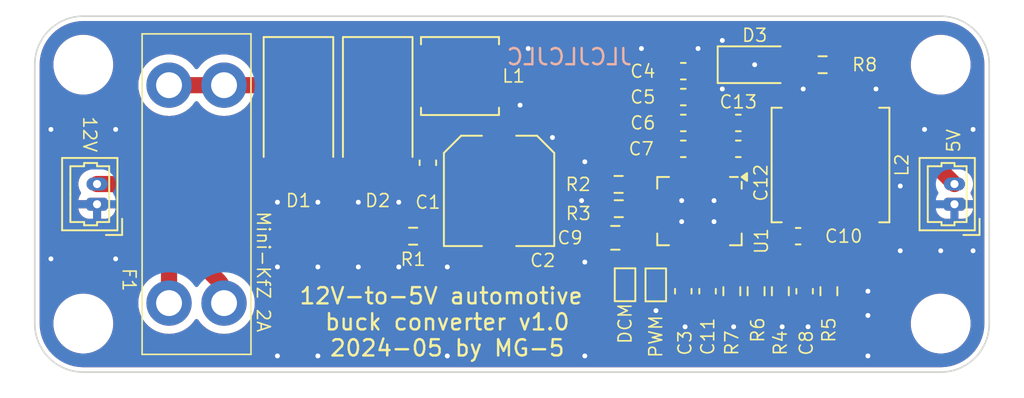
<source format=kicad_pcb>
(kicad_pcb (version 20240108) (generator "pcbnew") (generator_version "8.0")
  (layers (0 "F.Cu" signal) (31 "B.Cu" signal) (34 "B.Paste" user) (35 "F.Paste" user) (36 "B.SilkS" user "B.Silkscreen") (37 "F.SilkS" user "F.Silkscreen") (38 "B.Mask" user) (39 "F.Mask" user) (44 "Edge.Cuts" user))
  (net 0 "")
  (net 1 "GND")
  (net 2 "/12V_fused")
  (net 3 "Net-(C2-Pad2)")
  (net 4 "Net-(U1-SS)")
  (net 5 "/12V_filtered")
  (net 6 "Net-(U1-EXTVCC)")
  (net 7 "/VCC")
  (net 8 "Net-(U1-BST)")
  (net 9 "Net-(U1-CF)")
  (net 10 "Net-(U1-FB)")
  (net 11 "+5V")
  (net 12 "Net-(JP1-B)")
  (net 13 "Net-(U1-EN{slash}UVLO)")
  (net 14 "Net-(U1-RT)")
  (net 19 "Net-(J1-Pin_2)")
  (net 20 "Net-(D3-A)")
  (net 21 "Net-(C10-Pad1)")
  (footprint "MountingHole:MountingHole_3.2mm_M3_ISO14580" (layer "F.Cu") (at 84 102)
    (property "Reference" "H1" (hide yes))
    (property "Value" "MountingHole")
    (pad "" np_thru_hole circle (at 0 0) (size 3.2 3.2) (drill 3.2) (layers "*.Cu" "*.Mask"))
  )
  (footprint "Resistor_SMD:R_0603_1608Metric_Pad0.98x0.95mm_HandSolder" (layer "F.Cu") (at 127.0875 116 90)
    (property "Reference" "R4" (at -3.2 0 90) (layer "F.SilkS") (effects (font (size 0.8 0.8) (thickness 0.1))))
    (property "Value" "DNP")
    (pad "1" smd roundrect (at -0.9125 0 90) (size 0.975 0.95) (layers "F.Cu" "F.Paste" "F.Mask") (net 1 "GND"))
    (pad "2" smd roundrect (at 0.9125 0 90) (size 0.975 0.95) (layers "F.Cu" "F.Paste" "F.Mask") (net 14 "Net-(U1-RT)"))
  )
  (footprint "Capacitor_SMD:C_0603_1608Metric_Pad1.08x0.95mm_HandSolder" (layer "F.Cu") (at 121.0875 105.6)
    (property "Reference" "C6" (at -2.5 0 0) (layer "F.SilkS") (effects (font (size 0.8 0.8) (thickness 0.1))))
    (property "Value" "10µF 35V")
    (pad "1" smd roundrect (at -0.8625 0) (size 1.075 0.95) (layers "F.Cu" "F.Paste" "F.Mask") (net 5 "/12V_filtered"))
    (pad "2" smd roundrect (at 0.8625 0) (size 1.075 0.95) (layers "F.Cu" "F.Paste" "F.Mask") (net 1 "GND"))
  )
  (footprint "MountingHole:MountingHole_3.2mm_M3_ISO14580" (layer "F.Cu") (at 137 102)
    (property "Reference" "H3" (hide yes))
    (property "Value" "MountingHole")
    (pad "" np_thru_hole circle (at 0 0) (size 3.2 3.2) (drill 3.2) (layers "*.Cu" "*.Mask"))
  )
  (footprint "Inductor_SMD:L_Coilcraft_XAL4040-XXX" (layer "F.Cu") (at 107.285 102.7)
    (property "Reference" "L1" (at 3.315 0 0) (layer "F.SilkS") (effects (font (size 0.8 0.8) (thickness 0.1))))
    (property "Value" "15µH ( XGL4040-153)")
    (pad "1" smd rect (at -1.185 0) (size 0.98 3.4) (layers "F.Cu" "F.Paste" "F.Mask") (net 2 "/12V_fused"))
    (pad "2" smd rect (at 1.185 0) (size 0.98 3.4) (layers "F.Cu" "F.Paste" "F.Mask") (net 5 "/12V_filtered"))
  )
  (footprint "MountingHole:MountingHole_3.2mm_M3_ISO14580" (layer "F.Cu") (at 137 118)
    (property "Reference" "H4" (hide yes))
    (property "Value" "MountingHole")
    (pad "" np_thru_hole circle (at 0 0) (size 3.2 3.2) (drill 3.2) (layers "*.Cu" "*.Mask"))
  )
  (footprint "Resistor_SMD:R_0603_1608Metric_Pad0.98x0.95mm_HandSolder" (layer "F.Cu") (at 130.0875 116 -90)
    (property "Reference" "R5" (at 2.4 0 90) (layer "F.SilkS") (effects (font (size 0.8 0.8) (thickness 0.1))))
    (property "Value" "4.7R")
    (pad "1" smd roundrect (at -0.9125 0 270) (size 0.975 0.95) (layers "F.Cu" "F.Paste" "F.Mask") (net 6 "Net-(U1-EXTVCC)"))
    (pad "2" smd roundrect (at 0.9125 0 270) (size 0.975 0.95) (layers "F.Cu" "F.Paste" "F.Mask") (net 11 "+5V"))
  )
  (footprint "Capacitor_SMD:C_0603_1608Metric_Pad1.08x0.95mm_HandSolder" (layer "F.Cu") (at 105.3 108.0625 -90)
    (property "Reference" "C1" (at 2.4375 0 0) (layer "F.SilkS") (effects (font (size 0.8 0.8) (thickness 0.1))))
    (property "Value" "10µF 35V")
    (pad "1" smd roundrect (at -0.8625 0 270) (size 1.075 0.95) (layers "F.Cu" "F.Paste" "F.Mask") (net 2 "/12V_fused"))
    (pad "2" smd roundrect (at 0.8625 0 270) (size 1.075 0.95) (layers "F.Cu" "F.Paste" "F.Mask") (net 1 "GND"))
  )
  (footprint "Resistor_SMD:R_0603_1608Metric_Pad0.98x0.95mm_HandSolder" (layer "F.Cu") (at 129.7 102 180)
    (property "Reference" "R8" (at -2.6 0 0) (layer "F.SilkS") (effects (font (size 0.8 0.8) (thickness 0.1))))
    (property "Value" "1.2k")
    (pad "1" smd roundrect (at -0.9125 0 180) (size 0.975 0.95) (layers "F.Cu" "F.Paste" "F.Mask") (net 11 "+5V"))
    (pad "2" smd roundrect (at 0.9125 0 180) (size 0.975 0.95) (layers "F.Cu" "F.Paste" "F.Mask") (net 20 "Net-(D3-A)"))
  )
  (footprint "Capacitor_SMD:C_0603_1608Metric_Pad1.08x0.95mm_HandSolder" (layer "F.Cu") (at 121.0875 104)
    (property "Reference" "C5" (at -2.5 0 0) (layer "F.SilkS") (effects (font (size 0.8 0.8) (thickness 0.1))))
    (property "Value" "10µF 35V")
    (pad "1" smd roundrect (at -0.8625 0) (size 1.075 0.95) (layers "F.Cu" "F.Paste" "F.Mask") (net 5 "/12V_filtered"))
    (pad "2" smd roundrect (at 0.8625 0) (size 1.075 0.95) (layers "F.Cu" "F.Paste" "F.Mask") (net 1 "GND"))
  )
  (footprint "Capacitor_SMD:C_0805_2012Metric_Pad1.18x1.45mm_HandSolder" (layer "F.Cu") (at 116.8875 112.7 180)
    (property "Reference" "C9" (at 2.8 0 0) (layer "F.SilkS") (effects (font (size 0.8 0.8) (thickness 0.1))))
    (property "Value" "10µF")
    (pad "1" smd roundrect (at -1.0375 0 180) (size 1.175 1.45) (layers "F.Cu" "F.Paste" "F.Mask") (roundrect_rratio 0.212766) (net 7 "/VCC"))
    (pad "2" smd roundrect (at 1.0375 0 180) (size 1.175 1.45) (layers "F.Cu" "F.Paste" "F.Mask") (roundrect_rratio 0.212766) (net 1 "GND"))
  )
  (footprint "Diode_SMD:D_SMB_Handsoldering" (layer "F.Cu") (at 102.2 105 -90)
    (property "Reference" "D2" (at 5.4 0 0) (layer "F.SilkS") (effects (font (size 0.8 0.8) (thickness 0.1))))
    (property "Value" "SMBJ20A")
    (pad "1" smd roundrect (at -2.7 0 270) (size 3.5 2.3) (layers "F.Cu" "F.Paste" "F.Mask") (roundrect_rratio 0.1086956522) (net 2 "/12V_fused"))
    (pad "2" smd roundrect (at 2.7 0 270) (size 3.5 2.3) (layers "F.Cu" "F.Paste" "F.Mask") (roundrect_rratio 0.1086956522) (net 1 "GND"))
  )
  (footprint "Capacitor_SMD:C_Elec_6.3x5.8" (layer "F.Cu") (at 109.7 109.8 -90)
    (property "Reference" "C2" (at 4.3 -2.7 0) (layer "F.SilkS") (effects (font (size 0.8 0.8) (thickness 0.1))))
    (property "Value" "47µF 35V")
    (pad "1" smd roundrect (at -2.5375 0 270) (size 3.325 1.6) (layers "F.Cu" "F.Paste" "F.Mask") (roundrect_rratio 0.15625) (net 2 "/12V_fused"))
    (pad "2" smd roundrect (at 2.5375 0 270) (size 3.325 1.6) (layers "F.Cu" "F.Paste" "F.Mask") (roundrect_rratio 0.15625) (net 3 "Net-(C2-Pad2)"))
  )
  (footprint "Resistor_SMD:R_0603_1608Metric_Pad0.98x0.95mm_HandSolder" (layer "F.Cu") (at 117.1 110.9 180)
    (property "Reference" "R3" (at 2.5 -0.3 0) (layer "F.SilkS") (effects (font (size 0.8 0.8) (thickness 0.1))))
    (property "Value" "47k")
    (pad "1" smd roundrect (at -0.9125 0 180) (size 0.975 0.95) (layers "F.Cu" "F.Paste" "F.Mask") (net 13 "Net-(U1-EN{slash}UVLO)"))
    (pad "2" smd roundrect (at 0.9125 0 180) (size 0.975 0.95) (layers "F.Cu" "F.Paste" "F.Mask") (net 1 "GND"))
  )
  (footprint "Resistor_SMD:R_0603_1608Metric_Pad0.98x0.95mm_HandSolder" (layer "F.Cu") (at 117.0875 109.4)
    (property "Reference" "R2" (at -2.5 0 0) (layer "F.SilkS") (effects (font (size 0.8 0.8) (thickness 0.1))))
    (property "Value" "390k")
    (pad "1" smd roundrect (at -0.9125 0) (size 0.975 0.95) (layers "F.Cu" "F.Paste" "F.Mask") (net 5 "/12V_filtered"))
    (pad "2" smd roundrect (at 0.9125 0) (size 0.975 0.95) (layers "F.Cu" "F.Paste" "F.Mask") (net 13 "Net-(U1-EN{slash}UVLO)"))
  )
  (footprint "Capacitor_SMD:C_0603_1608Metric_Pad1.08x0.95mm_HandSolder" (layer "F.Cu") (at 124.4875 105.6)
    (property "Reference" "C13" (at 0 -1.3 0) (layer "F.SilkS") (effects (font (size 0.8 0.8) (thickness 0.1))))
    (property "Value" "4.7uF")
    (pad "1" smd roundrect (at -0.8625 0) (size 1.075 0.95) (layers "F.Cu" "F.Paste" "F.Mask") (net 1 "GND"))
    (pad "2" smd roundrect (at 0.8625 0) (size 1.075 0.95) (layers "F.Cu" "F.Paste" "F.Mask") (net 11 "+5V"))
  )
  (footprint "Resistor_SMD:R_0603_1608Metric_Pad0.98x0.95mm_HandSolder" (layer "F.Cu") (at 125.5875 116 90)
    (property "Reference" "R6" (at -2.4 0.1 90) (layer "F.SilkS") (effects (font (size 0.8 0.8) (thickness 0.1))))
    (property "Value" "47k")
    (pad "1" smd roundrect (at -0.9125 0 90) (size 0.975 0.95) (layers "F.Cu" "F.Paste" "F.Mask") (net 11 "+5V"))
    (pad "2" smd roundrect (at 0.9125 0 90) (size 0.975 0.95) (layers "F.Cu" "F.Paste" "F.Mask") (net 10 "Net-(U1-FB)"))
  )
  (footprint "Inductor_SMD:L_Coilcraft_XAL6060-XXX" (layer "F.Cu") (at 130.1875 108.2 90)
    (property "Reference" "L2" (at 0 4.4125 90) (layer "F.SilkS") (effects (font (size 0.8 0.8) (thickness 0.1))))
    (property "Value" "33µH (XGL6060-333)")
    (pad "1" smd rect (at -2.02 0 90) (size 1.43 5.5) (layers "F.Cu" "F.Paste" "F.Mask") (net 21 "Net-(C10-Pad1)"))
    (pad "2" smd rect (at 2.02 0 90) (size 1.43 5.5) (layers "F.Cu" "F.Paste" "F.Mask") (net 11 "+5V"))
  )
  (footprint "Package_DFN_QFN:QFN-24-1EP_4x5mm_P0.5mm_EP2.65x3.65mm" (layer "F.Cu") (at 122.0875 111.05 -90)
    (property "Reference" "U1" (at 1.85 -3.83 90) (layer "F.SilkS") (effects (font (size 0.8 0.8) (thickness 0.1))))
    (property "Value" "MAX17574")
    (pad "1" smd roundrect (at -1.95 -1.5 270) (size 0.85 0.25) (layers "F.Cu" "F.Paste" "F.Mask") (net 21 "Net-(C10-Pad1)"))
    (pad "2" smd roundrect (at -1.95 -1 270) (size 0.85 0.25) (layers "F.Cu" "F.Paste" "F.Mask") (net 1 "GND"))
    (pad "3" smd roundrect (at -1.95 -0.5 270) (size 0.85 0.25) (layers "F.Cu" "F.Paste" "F.Mask") (net 1 "GND"))
    (pad "4" smd roundrect (at -1.95 0 270) (size 0.85 0.25) (layers "F.Cu" "F.Paste" "F.Mask"))
    (pad "5" smd roundrect (at -1.95 0.5 270) (size 0.85 0.25) (layers "F.Cu" "F.Paste" "F.Mask") (net 5 "/12V_filtered"))
    (pad "6" smd roundrect (at -1.95 1 270) (size 0.85 0.25) (layers "F.Cu" "F.Paste" "F.Mask") (net 5 "/12V_filtered"))
    (pad "7" smd roundrect (at -1.95 1.5 270) (size 0.85 0.25) (layers "F.Cu" "F.Paste" "F.Mask") (net 5 "/12V_filtered"))
    (pad "8" smd roundrect (at -1 2.45 270) (size 0.25 0.85) (layers "F.Cu" "F.Paste" "F.Mask"))
    (pad "9" smd roundrect (at -0.5 2.45 270) (size 0.25 0.85) (layers "F.Cu" "F.Paste" "F.Mask") (net 5 "/12V_filtered"))
    (pad "10" smd roundrect (at 0 2.45 270) (size 0.25 0.85) (layers "F.Cu" "F.Paste" "F.Mask") (net 13 "Net-(U1-EN{slash}UVLO)"))
    (pad "11" smd roundrect (at 0.5 2.45 270) (size 0.25 0.85) (layers "F.Cu" "F.Paste" "F.Mask") (net 1 "GND"))
    (pad "12" smd roundrect (at 1 2.45 270) (size 0.25 0.85) (layers "F.Cu" "F.Paste" "F.Mask") (net 7 "/VCC"))
    (pad "13" smd roundrect (at 1.95 1.5 270) (size 0.85 0.25) (layers "F.Cu" "F.Paste" "F.Mask"))
    (pad "14" smd roundrect (at 1.95 1 270) (size 0.85 0.25) (layers "F.Cu" "F.Paste" "F.Mask"))
    (pad "15" smd roundrect (at 1.95 0.5 270) (size 0.85 0.25) (layers "F.Cu" "F.Paste" "F.Mask") (net 12 "Net-(JP1-B)"))
    (pad "16" smd roundrect (at 1.95 0 270) (size 0.85 0.25) (layers "F.Cu" "F.Paste" "F.Mask") (net 4 "Net-(U1-SS)"))
    (pad "17" smd roundrect (at 1.95 -0.5 270) (size 0.85 0.25) (layers "F.Cu" "F.Paste" "F.Mask") (net 9 "Net-(U1-CF)"))
    (pad "18" smd roundrect (at 1.95 -1 270) (size 0.85 0.25) (layers "F.Cu" "F.Paste" "F.Mask") (net 10 "Net-(U1-FB)"))
    (pad "19" smd roundrect (at 1.95 -1.5 270) (size 0.85 0.25) (layers "F.Cu" "F.Paste" "F.Mask") (net 14 "Net-(U1-RT)"))
    (pad "20" smd roundrect (at 1 -2.45 270) (size 0.25 0.85) (layers "F.Cu" "F.Paste" "F.Mask") (net 6 "Net-(U1-EXTVCC)"))
    (pad "21" smd roundrect (at 0.5 -2.45 270) (size 0.25 0.85) (layers "F.Cu" "F.Paste" "F.Mask") (net 1 "GND"))
    (pad "22" smd roundrect (at 0 -2.45 270) (size 0.25 0.85) (layers "F.Cu" "F.Paste" "F.Mask") (net 8 "Net-(U1-BST)"))
    (pad "23" smd roundrect (at -0.5 -2.45 270) (size 0.25 0.85) (layers "F.Cu" "F.Paste" "F.Mask") (net 21 "Net-(C10-Pad1)"))
    (pad "24" smd roundrect (at -1 -2.45 270) (size 0.25 0.85) (layers "F.Cu" "F.Paste" "F.Mask") (net 21 "Net-(C10-Pad1)"))
    (pad "25" smd rect (at 0 0 270) (size 2.65 3.65) (property pad_prop_heatsink) (layers "F.Cu" "F.Mask") (net 1 "GND"))
  )
  (footprint "Connector_Molex:Molex_PicoBlade_53047-0210_1x02_P1.25mm_Vertical" (layer "F.Cu") (at 137.85 110.625 90)
    (property "Reference" "J2" (hide yes))
    (property "Value" "5V" (at 3.925 -0.05 90) (layer "F.SilkS") (effects (font (size 0.8 0.8) (thickness 0.1))))
    (pad "1" thru_hole roundrect (at 0 0 90) (size 0.8 1.3) (drill 0.5) (layers "*.Cu" "*.Mask") (net 1 "GND"))
    (pad "2" thru_hole oval (at 1.25 0 90) (size 0.8 1.3) (drill 0.5) (layers "*.Cu" "*.Mask") (net 11 "+5V"))
  )
  (footprint "Capacitor_SMD:C_0603_1608Metric_Pad1.08x0.95mm_HandSolder" (layer "F.Cu") (at 128.5875 116 90)
    (property "Reference" "C8" (at -3.2 0.1 90) (layer "F.SilkS") (effects (font (size 0.8 0.8) (thickness 0.1))))
    (property "Value" "100nF")
    (pad "1" smd roundrect (at -0.8625 0 90) (size 1.075 0.95) (layers "F.Cu" "F.Paste" "F.Mask") (net 1 "GND"))
    (pad "2" smd roundrect (at 0.8625 0 90) (size 1.075 0.95) (layers "F.Cu" "F.Paste" "F.Mask") (net 6 "Net-(U1-EXTVCC)"))
  )
  (footprint "Capacitor_SMD:C_0603_1608Metric_Pad1.08x0.95mm_HandSolder" (layer "F.Cu") (at 121.0875 107.2)
    (property "Reference" "C7" (at -2.6 0 0) (layer "F.SilkS") (effects (font (size 0.8 0.8) (thickness 0.1))))
    (property "Value" "100nF 35V")
    (pad "1" smd roundrect (at -0.8625 0) (size 1.075 0.95) (layers "F.Cu" "F.Paste" "F.Mask") (net 5 "/12V_filtered"))
    (pad "2" smd roundrect (at 0.8625 0) (size 1.075 0.95) (layers "F.Cu" "F.Paste" "F.Mask") (net 1 "GND"))
  )
  (footprint "Capacitor_SMD:C_0603_1608Metric_Pad1.08x0.95mm_HandSolder" (layer "F.Cu") (at 122.5875 116 -90)
    (property "Reference" "C11" (at 2.8 -0.0125 90) (layer "F.SilkS") (effects (font (size 0.8 0.8) (thickness 0.1))))
    (property "Value" "DNP")
    (pad "1" smd roundrect (at -0.8625 0 270) (size 1.075 0.95) (layers "F.Cu" "F.Paste" "F.Mask") (net 9 "Net-(U1-CF)"))
    (pad "2" smd roundrect (at 0.8625 0 270) (size 1.075 0.95) (layers "F.Cu" "F.Paste" "F.Mask") (net 10 "Net-(U1-FB)"))
  )
  (footprint "Capacitor_SMD:C_0603_1608Metric_Pad1.08x0.95mm_HandSolder" (layer "F.Cu") (at 128.1875 112.6 180)
    (property "Reference" "C10" (at -2.8125 0 0) (layer "F.SilkS") (effects (font (size 0.8 0.8) (thickness 0.1))))
    (property "Value" "100nF")
    (pad "1" smd roundrect (at -0.8625 0 180) (size 1.075 0.95) (layers "F.Cu" "F.Paste" "F.Mask") (net 21 "Net-(C10-Pad1)"))
    (pad "2" smd roundrect (at 0.8625 0 180) (size 1.075 0.95) (layers "F.Cu" "F.Paste" "F.Mask") (net 8 "Net-(U1-BST)"))
  )
  (footprint "extraFootprints:KEYSTONE-FUSE-3557-2" (layer "F.Cu") (at 91 110 90)
    (property "Reference" "F1" (at -4.5 -3.7 -90) (layer "F.SilkS") (effects (font (size 0.8 0.8) (thickness 0.1)) (justify left top)))
    (property "Value" "Mini-KfZ 2A" (at -1 4.6 -90) (layer "F.SilkS") (effects (font (size 0.8 0.8) (thickness 0.1)) (justify left top)))
    (pad "1" thru_hole circle (at -6.735 -1.7 180) (size 2.8 2.8) (drill 1.6) (layers "*.Cu" "*.Mask") (net 19 "Net-(J1-Pin_2)"))
    (pad "1" thru_hole circle (at -6.735 1.7 180) (size 2.8 2.8) (drill 1.6) (layers "*.Cu" "*.Mask") (net 19 "Net-(J1-Pin_2)"))
    (pad "2" thru_hole circle (at 6.735 -1.7 180) (size 2.8 2.8) (drill 1.6) (layers "*.Cu" "*.Mask") (net 2 "/12V_fused"))
    (pad "2" thru_hole circle (at 6.735 1.7 180) (size 2.8 2.8) (drill 1.6) (layers "*.Cu" "*.Mask") (net 2 "/12V_fused"))
  )
  (footprint "Capacitor_SMD:C_0603_1608Metric_Pad1.08x0.95mm_HandSolder" (layer "F.Cu") (at 124.4875 107.2)
    (property "Reference" "C12" (at 1.4 2.1 90) (layer "F.SilkS") (effects (font (size 0.8 0.8) (thickness 0.1))))
    (property "Value" "4.7uF")
    (pad "1" smd roundrect (at -0.8625 0) (size 1.075 0.95) (layers "F.Cu" "F.Paste" "F.Mask") (net 1 "GND"))
    (pad "2" smd roundrect (at 0.8625 0) (size 1.075 0.95) (layers "F.Cu" "F.Paste" "F.Mask") (net 11 "+5V"))
  )
  (footprint "Connector_Molex:Molex_PicoBlade_53047-0210_1x02_P1.25mm_Vertical" (layer "F.Cu") (at 84.85 110.625 90)
    (property "Reference" "J1" (hide yes))
    (property "Value" "12V" (at 4.325 -0.45 -90) (layer "F.SilkS") (effects (font (size 0.8 0.8) (thickness 0.1))))
    (pad "1" thru_hole roundrect (at 0 0 90) (size 0.8 1.3) (drill 0.5) (layers "*.Cu" "*.Mask") (net 1 "GND"))
    (pad "2" thru_hole oval (at 1.25 0 90) (size 0.8 1.3) (drill 0.5) (layers "*.Cu" "*.Mask") (net 19 "Net-(J1-Pin_2)"))
  )
  (footprint "Resistor_SMD:R_0603_1608Metric_Pad0.98x0.95mm_HandSolder" (layer "F.Cu") (at 104.3875 112.6 180)
    (property "Reference" "R1" (at 0 -1.43 0) (layer "F.SilkS") (effects (font (size 0.8 0.8) (thickness 0.1))))
    (property "Value" "1.2R")
    (pad "1" smd roundrect (at -0.9125 0 180) (size 0.975 0.95) (layers "F.Cu" "F.Paste" "F.Mask") (net 3 "Net-(C2-Pad2)"))
    (pad "2" smd roundrect (at 0.9125 0 180) (size 0.975 0.95) (layers "F.Cu" "F.Paste" "F.Mask") (net 1 "GND"))
  )
  (footprint "LED_SMD:LED_1206_3216Metric" (layer "F.Cu") (at 125.5 102)
    (property "Reference" "D3" (at 0 -1.82 0) (layer "F.SilkS") (effects (font (size 0.8 0.8) (thickness 0.1))))
    (property "Value" "Blue (KPA-3210QBC)")
    (pad "1" smd roundrect (at -1.4 0) (size 1.25 1.75) (layers "F.Cu" "F.Paste" "F.Mask") (roundrect_rratio 0.2) (net 1 "GND"))
    (pad "2" smd roundrect (at 1.4 0) (size 1.25 1.75) (layers "F.Cu" "F.Paste" "F.Mask") (roundrect_rratio 0.2) (net 20 "Net-(D3-A)"))
  )
  (footprint "Capacitor_SMD:C_0603_1608Metric_Pad1.08x0.95mm_HandSolder" (layer "F.Cu") (at 121.0875 102.4)
    (property "Reference" "C4" (at -2.5 0.01 0) (layer "F.SilkS") (effects (font (size 0.8 0.8) (thickness 0.1))))
    (property "Value" "10µF 35V")
    (pad "1" smd roundrect (at -0.8625 0) (size 1.075 0.95) (layers "F.Cu" "F.Paste" "F.Mask") (net 5 "/12V_filtered"))
    (pad "2" smd roundrect (at 0.8625 0) (size 1.075 0.95) (layers "F.Cu" "F.Paste" "F.Mask") (net 1 "GND"))
  )
  (footprint "extraFootprints:SolderJumper-Open_0603" (layer "F.Cu") (at 117.4875 115.6 90)
    (property "Reference" "JP1" (hide yes))
    (property "Value" "DCM" (at -2.4 0 90) (layer "F.SilkS") (effects (font (size 0.8 0.8) (thickness 0.1))))
    (pad "1" smd custom (at -0.508 0 90) (size 0.3 0.3) (layers "F.Cu" "F.Mask") (net 7 "/VCC") (options (clearance outline) (anchor rect)) (primitives (gr_poly (pts (xy -0.25 -0.45) (xy 0.25 -0.45) (xy 0.55 0) (xy 0.25 0.45) (xy -0.25 0.45)) (width 0) (fill yes))))
    (pad "2" smd custom (at 0.508 0 90) (size 0.3 0.3) (layers "F.Cu" "F.Mask") (net 12 "Net-(JP1-B)") (options (clearance outline) (anchor rect)) (primitives (gr_poly (pts (xy -0.55 -0.45) (xy 0.35 -0.45) (xy 0.35 0.45) (xy -0.55 0.45) (xy -0.25 0)) (width 0) (fill yes))))
  )
  (footprint "extraFootprints:SolderJumper-Open_0603" (layer "F.Cu") (at 119.3875 115.608 90)
    (property "Reference" "JP2" (hide yes))
    (property "Value" "PWM" (at -3.192 0 90) (layer "F.SilkS") (effects (font (size 0.8 0.8) (thickness 0.1))))
    (pad "1" smd custom (at -0.508 0 90) (size 0.3 0.3) (layers "F.Cu" "F.Mask") (net 1 "GND") (options (clearance outline) (anchor rect)) (primitives (gr_poly (pts (xy -0.25 -0.45) (xy 0.25 -0.45) (xy 0.55 0) (xy 0.25 0.45) (xy -0.25 0.45)) (width 0) (fill yes))))
    (pad "2" smd custom (at 0.508 0 90) (size 0.3 0.3) (layers "F.Cu" "F.Mask") (net 12 "Net-(JP1-B)") (options (clearance outline) (anchor rect)) (primitives (gr_poly (pts (xy -0.55 -0.45) (xy 0.35 -0.45) (xy 0.35 0.45) (xy -0.55 0.45) (xy -0.25 0)) (width 0) (fill yes))))
  )
  (footprint "Resistor_SMD:R_0603_1608Metric_Pad0.98x0.95mm_HandSolder" (layer "F.Cu") (at 124.0875 116 -90)
    (property "Reference" "R7" (at 3.2 0 90) (layer "F.SilkS") (effects (font (size 0.8 0.8) (thickness 0.1))))
    (property "Value" "10k")
    (pad "1" smd roundrect (at -0.9125 0 270) (size 0.975 0.95) (layers "F.Cu" "F.Paste" "F.Mask") (net 10 "Net-(U1-FB)"))
    (pad "2" smd roundrect (at 0.9125 0 270) (size 0.975 0.95) (layers "F.Cu" "F.Paste" "F.Mask") (net 1 "GND"))
  )
  (footprint "Capacitor_SMD:C_0603_1608Metric_Pad1.08x0.95mm_HandSolder" (layer "F.Cu") (at 121.0875 116 -90)
    (property "Reference" "C3" (at 3.2 -0.1 90) (layer "F.SilkS") (effects (font (size 0.8 0.8) (thickness 0.1))))
    (property "Value" "100nF")
    (pad "1" smd roundrect (at -0.8625 0 270) (size 1.075 0.95) (layers "F.Cu" "F.Paste" "F.Mask") (net 4 "Net-(U1-SS)"))
    (pad "2" smd roundrect (at 0.8625 0 270) (size 1.075 0.95) (layers "F.Cu" "F.Paste" "F.Mask") (net 1 "GND"))
  )
  (footprint "Diode_SMD:D_SMB_Handsoldering" (layer "F.Cu") (at 97.3 105 -90)
    (property "Reference" "D1" (at 5.4 0 0) (layer "F.SilkS") (effects (font (size 0.8 0.8) (thickness 0.1))))
    (property "Value" "SMBJ20A")
    (pad "1" smd roundrect (at -2.7 0 270) (size 3.5 2.3) (layers "F.Cu" "F.Paste" "F.Mask") (roundrect_rratio 0.1086956522) (net 2 "/12V_fused"))
    (pad "2" smd roundrect (at 2.7 0 270) (size 3.5 2.3) (layers "F.Cu" "F.Paste" "F.Mask") (roundrect_rratio 0.1086956522) (net 1 "GND"))
  )
  (footprint "MountingHole:MountingHole_3.2mm_M3_ISO14580" (layer "F.Cu") (at 84 118)
    (property "Reference" "H2" (hide yes))
    (property "Value" "MountingHole")
    (pad "" np_thru_hole circle (at 0 0) (size 3.2 3.2) (drill 3.2) (layers "*.Cu" "*.Mask"))
  )
  (gr_arc (start 137 99) (mid 139.12132 99.87868) (end 140 102) (stroke (width 0.1)) (layer "Edge.Cuts"))
  (gr_arc (start 140 118) (mid 139.12132 120.12132) (end 137 121) (stroke (width 0.1)) (layer "Edge.Cuts"))
  (gr_line (start 81 102) (end 81 118) (stroke (width 0.1)) (layer "Edge.Cuts"))
  (gr_arc (start 84 121) (mid 81.87868 120.12132) (end 81 118) (stroke (width 0.1)) (layer "Edge.Cuts"))
  (gr_line (start 137 99) (end 84 99) (stroke (width 0.1)) (layer "Edge.Cuts"))
  (gr_line (start 84 121) (end 137 121) (stroke (width 0.1)) (layer "Edge.Cuts"))
  (gr_arc (start 81 102) (mid 81.87868 99.87868) (end 84 99) (stroke (width 0.1)) (layer "Edge.Cuts"))
  (gr_line (start 140 118) (end 140 102) (stroke (width 0.1)) (layer "Edge.Cuts"))
  (gr_text "JLCJLCJLC" (at 118 102.1 0) (layer "B.SilkS") (effects (font (size 1 1)) (justify left bottom mirror)))
  (gr_text "12V-to-5V automotive \nbuck converter v1.0\n2024-05 by MG-5" (at 106.5 120.1 0) (layer "F.SilkS") (effects (font (size 1 1)) (justify bottom)))
  (segment (start 122.051516 107.173483) (end 123.598483 105.626516) (width 0.25) (layer "F.Cu") (net 1))
  (segment (start 123.625 107.2) (end 123.625 105.6375) (width 0.25) (layer "F.Cu") (net 1))
  (segment (start 123.0875 108.117569) (end 123.0875 109.1) (width 0.25) (layer "F.Cu") (net 1))
  (segment (start 127.2 118.2) (end 127.14375 118.14375) (width 0.25) (layer "F.Cu") (net 1))
  (segment (start 115.333946 110.4) (end 114.8 110.4) (width 0.25) (layer "F.Cu") (net 1))
  (segment (start 116.4375 111.15) (end 116.5625 111.275) (width 0.25) (layer "F.Cu") (net 1))
  (segment (start 119.466789 111.65) (end 117.46783 111.65) (width 0.25) (layer "F.Cu") (net 1))
  (segment (start 122.5875 108.28828) (end 122.5875 109.1) (width 0.25) (layer "F.Cu") (net 1))
  (segment (start 124.2 118.2) (end 124.14375 118.14375) (width 0.25) (layer "F.Cu") (net 1))
  (segment (start 122.051516 105.626516) (end 123.625 107.2) (width 0.25) (layer "F.Cu") (net 1))
  (segment (start 123.625 107.2) (end 121.9875 107.2) (width 0.25) (layer "F.Cu") (net 1))
  (segment (start 124.0875 118.00795) (end 124.0875 116.9125) (width 0.25) (layer "F.Cu") (net 1))
  (segment (start 128.5875 117.837239) (end 128.5875 116.8625) (width 0.25) (layer "F.Cu") (net 1))
  (segment (start 128.8 118.2) (end 128.69375 118.09375) (width 0.25) (layer "F.Cu") (net 1))
  (segment (start 119.4 117.2) (end 119.39375 117.19375) (width 0.25) (layer "F.Cu") (net 1))
  (segment (start 123.0875 109.979289) (end 123.0875 109.1) (width 0.25) (layer "F.Cu") (net 1))
  (segment (start 120.731433 111.55) (end 119.70821 111.55) (width 0.25) (layer "F.Cu") (net 1))
  (segment (start 119.3875 117.178661) (end 119.3875 116.116) (width 0.25) (layer "F.Cu") (net 1))
  (segment (start 122.5875 109.1) (end 122.5875 110.196446) (width 0.25) (layer "F.Cu") (net 1))
  (segment (start 121.95 107.1625) (end 121.95 105.6375) (width 0.25) (layer "F.Cu") (net 1))
  (segment (start 121.2 118.2) (end 121.14375 118.14375) (width 0.25) (layer "F.Cu") (net 1))
  (segment (start 121.0875 118.00795) (end 121.0875 116.8625) (width 0.25) (layer "F.Cu") (net 1))
  (segment (start 116.562499 112.024999) (end 115.900758 112.686741) (width 0.25) (layer "F.Cu") (net 1))
  (segment (start 121.95 104) (end 123.523483 105.573483) (width 0.25) (layer "F.Cu") (net 1))
  (segment (start 123.5875 105.6) (end 121.9875 105.6) (width 0.25) (layer "F.Cu") (net 1))
  (segment (start 123.243566 111.55) (end 124.5375 111.55) (width 0.25) (layer "F.Cu") (net 1))
  (segment (start 115 114.2) (end 115.62019 113.579809) (width 0.25) (layer "F.Cu") (net 1))
  (segment (start 127.0875 118.00795) (end 127.0875 116.9125) (width 0.25) (layer "F.Cu") (net 1))
  (segment (start 121.95 104) (end 121.95 105.5625) (width 0.25) (layer "F.Cu") (net 1))
  (via (at 111.5 101) (size 0.7) (drill 0.3) (layers "F.Cu" "B.Cu") (net 1))
  (via (at 86 106) (size 0.7) (drill 0.3) (layers "F.Cu" "B.Cu") (net 1))
  (via (at 115 114.2) (size 0.7) (drill 0.3) (layers "F.Cu" "B.Cu") (net 1))
  (via (at 120.9875 111.7) (size 0.7) (drill 0.3) (layers "F.Cu" "B.Cu") (net 1))
  (via (at 136 106) (size 0.7) (drill 0.3) (layers "F.Cu" "B.Cu") (net 1))
  (via (at 122.9875 110.4) (size 0.7) (drill 0.3) (layers "F.Cu" "B.Cu") (net 1))
  (via (at 106.5 120) (size 0.7) (drill 0.3) (layers "F.Cu" "B.Cu") (net 1))
  (via (at 96 114.5) (size 0.7) (drill 0.3) (layers "F.Cu" "B.Cu") (net 1))
  (via (at 132.5 116) (size 0.7) (drill 0.3) (layers "F.Cu" "B.Cu") (net 1))
  (via (at 96 120) (size 0.7) (drill 0.3) (layers "F.Cu" "B.Cu") (net 1))
  (via (at 82 106) (size 0.7) (drill 0.3) (layers "F.Cu" "B.Cu") (net 1))
  (via (at 98.5 114.5) (size 0.7) (drill 0.3) (layers "F.Cu" "B.Cu") (net 1))
  (via (at 101 114.5) (size 0.7) (drill 0.3) (layers "F.Cu" "B.Cu") (net 1))
  (via (at 125.5 102) (size 0.7) (drill 0.3) (layers "F.Cu" "B.Cu") (net 1))
  (via (at 115 108) (size 0.7) (drill 0.3) (layers "F.Cu" "B.Cu") (net 1))
  (via (at 132.5 120) (size 0.7) (drill 0.3) (layers "F.Cu" "B.Cu") (net 1))
  (via (at 82 114) (size 0.7) (drill 0.3) (layers "F.Cu" "B.Cu") (net 1))
  (via (at 115 120) (size 0.7) (drill 0.3) (layers "F.Cu" "B.Cu") (net 1))
  (via (at 120.9875 110.4) (size 0.7) (drill 0.3) (layers "F.Cu" "B.Cu") (net 1))
  (via (at 106.5 114.5) (size 0.7) (drill 0.3) (layers "F.Cu" "B.Cu") (net 1))
  (via (at 128.5 103.5) (size 0.7) (drill 0.3) (layers "F.Cu" "B.Cu") (net 1))
  (via (at 132.5 117.5) (size 0.7) (drill 0.3) (layers "F.Cu" "B.Cu") (net 1))
  (via (at 137 113.5) (size 0.7) (drill 0.3) (layers "F.Cu" "B.Cu") (net 1))
  (via (at 127.2 118.2) (size 0.7) (drill 0.3) (layers "F.Cu" "B.Cu") (net 1))
  (via (at 122 101) (size 0.7) (drill 0.3) (layers "F.Cu" "B.Cu") (net 1))
  (via (at 113 106.5) (size 0.7) (drill 0.3) (layers "F.Cu" "B.Cu") (net 1))
  (via (at 134.5 109.5) (size 0.7) (drill 0.3) (layers "F.Cu" "B.Cu") (net 1))
  (via (at 123.5 103.5) (size 0.7) (drill 0.3) (layers "F.Cu" "B.Cu") (net 1))
  (via (at 103.5 110.5) (size 0.7) (drill 0.3) (layers "F.Cu" "B.Cu") (net 1))
  (via (at 139 106) (size 0.7) (drill 0.3) (layers "F.Cu" "B.Cu") (net 1))
  (via (at 122.9875 111.7) (size 0.7) (drill 0.3) (layers "F.Cu" "B.Cu") (net 1))
  (via (at 128.8 118.2) (size 0.7) (drill 0.3) (layers "F.Cu" "B.Cu") (net 1))
  (via (at 103.5 114.5) (size 0.7) (drill 0.3) (layers "F.Cu" "B.Cu") (net 1))
  (via (at 118.5 101) (size 0.7) (drill 0.3) (layers "F.Cu" "B.Cu") (net 1))
  (via (at 119.4 117.2) (size 0.7) (drill 0.3) (layers "F.Cu" "B.Cu") (net 1))
  (via (at 101 110.5) (size 0.7) (drill 0.3) (layers "F.Cu" "B.Cu") (net 1))
  (via (at 121.2 118.2) (size 0.7) (drill 0.3) (layers "F.Cu" "B.Cu") (net 1))
  (via (at 134.5 113.5) (size 0.7) (drill 0.3) (layers "F.Cu" "B.Cu") (net 1))
  (via (at 114.8 110.4) (size 0.7) (drill 0.3) (layers "F.Cu" "B.Cu") (net 1))
  (via (at 123.5 100.5) (size 0.7) (drill 0.3) (layers "F.Cu" "B.Cu") (net 1))
  (via (at 111 104.5) (size 0.7) (drill 0.3) (layers "F.Cu" "B.Cu") (net 1))
  (via (at 139 113.5) (size 0.7) (drill 0.3) (layers "F.Cu" "B.Cu") (net 1))
  (via (at 96 110.5) (size 0.7) (drill 0.3) (layers "F.Cu" "B.Cu") (net 1))
  (via (at 98.5 110.5) (size 0.7) (drill 0.3) (layers "F.Cu" "B.Cu") (net 1))
  (via (at 86 114) (size 0.7) (drill 0.3) (layers "F.Cu" "B.Cu") (net 1))
  (via (at 133 103.5) (size 0.7) (drill 0.3) (layers "F.Cu" "B.Cu") (net 1))
  (via (at 124.2 118.2) (size 0.7) (drill 0.3) (layers "F.Cu" "B.Cu") (net 1))
  (via (at 98.5 120) (size 0.7) (drill 0.3) (layers "F.Cu" "B.Cu") (net 1))
  (arc (start 122.26875 107.51875) (mid 122.504659 107.871813) (end 122.5875 108.28828) (width 0.25) (layer "F.Cu") (net 1))
  (arc (start 119.5875 111.6) (mid 119.532117 111.637005) (end 119.466789 111.65) (width 0.25) (layer "F.Cu") (net 1))
  (arc (start 121.0875 118.00795) (mid 121.102118 118.081444) (end 121.14375 118.14375) (width 0.25) (layer "F.Cu") (net 1))
  (arc (start 123.35625 107.46875) (mid 123.157345 107.76643) (end 123.0875 108.117569) (width 0.25) (layer "F.Cu") (net 1))
  (arc (start 124.0875 118.00795) (mid 124.102118 118.081444) (end 124.14375 118.14375) (width 0.25) (layer "F.Cu") (net 1))
  (arc (start 119.70821 111.55) (mid 119.642882 111.562994) (end 119.5875 111.6) (width 0.25) (layer "F.Cu") (net 1))
  (arc (start 116.562499 112.024999) (mid 116.717829 111.649999) (end 116.5625 111.275) (width 0.25) (layer "F.Cu") (net 1))
  (arc (start 115.9375 110.65) (mid 115.660587 110.464972) (end 115.333946 110.4) (width 0.25) (layer "F.Cu") (net 1))
  (arc (start 119.3875 117.178661) (mid 119.389124 117.186827) (end 119.39375 117.19375) (width 0.25) (layer "F.Cu") (net 1))
  (arc (start 117.46783 111.65) (mid 116.977868 111.747459) (end 116.562499 112.024999) (width 0.25) (layer "F.Cu") (net 1))
  (arc (start 115.85 113.025) (mid 115.790274 113.32526) (end 115.62019 113.579809) (width 0.25) (layer "F.Cu") (net 1))
  (arc (start 127.0875 118.00795) (mid 127.102118 118.081444) (end 127.14375 118.14375) (width 0.25) (layer "F.Cu") (net 1))
  (arc (start 128.5875 117.837239) (mid 128.615113 117.976061) (end 128.69375 118.09375) (width 0.25) (layer "F.Cu") (net 1))
  (arc (start 116.5625 111.275) (mid 116.977868 111.55254) (end 117.46783 111.65) (width 0.25) (layer "F.Cu") (net 1))
  (segment (start 106.68125 106.68125) (end 106.206066 106.206066) (width 1) (layer "F.Cu") (net 2))
  (segment (start 108.084511 107.2625) (end 109.7 107.2625) (width 1) (layer "F.Cu") (net 2))
  (segment (start 92.7 103.265) (end 89.3 103.265) (width 1) (layer "F.Cu") (net 2))
  (segment (start 102.2 102.3) (end 97.982358 102.3) (width 1) (layer "F.Cu") (net 2))
  (segment (start 92.7 103.265) (end 95.652641 103.265) (width 1) (layer "F.Cu") (net 2))
  (segment (start 106.1 105.95) (end 106.1 102.982842) (width 1) (layer "F.Cu") (net 2))
  (segment (start 106.1 106.25) (end 106.1 105.95) (width 1) (layer "F.Cu") (net 2))
  (segment (start 105.993933 106.506066) (end 105.3 107.2) (width 1) (layer "F.Cu") (net 2))
  (segment (start 102.2 102.3) (end 105.417157 102.3) (width 1) (layer "F.Cu") (net 2))
  (arc (start 96.8175 102.7825) (mid 96.283058 103.139602) (end 95.652641 103.265) (width 1) (layer "F.Cu") (net 2))
  (arc (start 106.206066 106.206066) (mid 106.138355 106.192597) (end 106.1 106.25) (width 1) (layer "F.Cu") (net 2))
  (arc (start 105.9 102.5) (mid 106.048021 102.721529) (end 106.1 102.982842) (width 1) (layer "F.Cu") (net 2))
  (arc (start 106.1 105.95) (mid 106.127565 106.088581) (end 106.206066 106.206066) (width 1) (layer "F.Cu") (net 2))
  (arc (start 97.982358 102.3) (mid 97.351941 102.425397) (end 96.8175 102.7825) (width 1) (layer "F.Cu") (net 2))
  (arc (start 105.9 102.5) (mid 105.678469 102.351978) (end 105.417157 102.3) (width 1) (layer "F.Cu") (net 2))
  (arc (start 106.1 106.25) (mid 106.072434 106.388581) (end 105.993933 106.506066) (width 1) (layer "F.Cu") (net 2))
  (arc (start 106.68125 106.68125) (mid 107.325071 107.111438) (end 108.084511 107.2625) (width 1) (layer "F.Cu") (net 2))
  (segment (start 109.251884 112.6) (end 105.3 112.6) (width 1) (layer "F.Cu") (net 3))
  (arc (start 109.56875 112.46875) (mid 109.42337 112.565889) (end 109.251884 112.6) (width 1) (layer "F.Cu") (net 3))
  (segment (start 121.910723 113.676776) (end 121.31289 114.274609) (width 0.25) (layer "F.Cu") (net 4))
  (arc (start 121.31289 114.274609) (mid 121.146076 114.524263) (end 121.0875 114.81875) (width 0.25) (layer "F.Cu") (net 4))
  (arc (start 122.0875 113.25) (mid 122.041557 113.480969) (end 121.910723 113.676776) (width 0.25) (layer "F.Cu") (net 4))
  (segment (start 111.15 102.7) (end 108.47 102.7) (width 1) (layer "F.Cu") (net 5))
  (segment (start 120.225 104) (end 120.225 102.612132) (width 1) (layer "F.Cu") (net 5))
  (segment (start 116.60625 108.96875) (end 116.175 109.4) (width 0.25) (layer "F.Cu") (net 5))
  (segment (start 120.225 107.2) (end 118.3125 107.2) (width 1) (layer "F.Cu") (net 5))
  (segment (start 114.8 102.7) (end 114.35 102.7) (width 1) (layer "F.Cu") (net 5))
  (segment (start 120.225 107.2) (end 120.225 107.71875) (width 0.25) (layer "F.Cu") (net 5))
  (segment (start 113.05 102.7) (end 114.35 102.7) (width 1) (layer "F.Cu") (net 5))
  (segment (start 115.047658 105.847658) (end 112.076776 102.876776) (width 1) (layer "F.Cu") (net 5))
  (segment (start 111.8 102.7) (end 111.65 102.7) (width 1) (layer "F.Cu") (net 5))
  (segment (start 120.225 107.2) (end 120.225 105.6) (width 1) (layer "F.Cu") (net 5))
  (segment (start 118.8875 108.65) (end 118.8875 108.61875) (width 0.25) (layer "F.Cu") (net 5))
  (segment (start 120.225 107.2) (end 118.944952 108.480047) (width 0.25) (layer "F.Cu") (net 5))
  (segment (start 120.591811 108.604311) (end 121.0875 109.1) (width 0.25) (layer "F.Cu") (net 5))
  (segment (start 118.4125 105.6) (end 120.225 105.6) (width 1) (layer "F.Cu") (net 5))
  (segment (start 112.6 102.7) (end 111.8 102.7) (width 1) (layer "F.Cu") (net 5))
  (segment (start 112.6 102.7) (end 113.05 102.7) (width 1) (layer "F.Cu") (net 5))
  (segment (start 118.80625 108.5375) (end 117.647379 108.5375) (width 0.25) (layer "F.Cu") (net 5))
  (segment (start 116.05 103.35) (end 115.541421 102.841421) (width 1) (layer "F.Cu") (net 5))
  (segment (start 118.8875 108.65) (end 118.8875 108.6) (width 0.25) (layer "F.Cu") (net 5))
  (segment (start 119.712867 102.7) (end 115.2 102.7) (width 1) (layer "F.Cu") (net 5))
  (segment (start 119.05 110.387499) (end 119.062241 110.39974) (width 0.25) (layer "F.Cu") (net 5))
  (segment (start 111.65 102.7) (end 111.15 102.7) (width 1) (layer "F.Cu") (net 5))
  (segment (start 117.619238 104) (end 120.225 104) (width 1) (layer "F.Cu") (net 5))
  (segment (start 120.225 108.481173) (end 120.225 107.2) (width 0.25) (layer "F.Cu") (net 5))
  (segment (start 115.318368 104.318368) (end 114.159619 103.159619) (width 1) (layer "F.Cu") (net 5))
  (segment (start 120.225 105.6) (end 120.225 104) (width 1) (layer "F.Cu") (net 5))
  (segment (start 120.40625 108.91875) (end 120.5875 109.1) (width 0.25) (layer "F.Cu") (net 5))
  (segment (start 118.8875 108.65) (end 118.8875 108.75) (width 0.25) (layer "F.Cu") (net 5))
  (segment (start 115.2 102.7) (end 114.8 102.7) (width 1) (layer "F.Cu") (net 5))
  (segment (start 118.8875 108.75) (end 118.8875 109.995188) (width 0.25) (layer "F.Cu") (net 5))
  (segment (start 120.415034 107.927534) (end 121.5875 109.1) (width 0.25) (layer "F.Cu") (net 5))
  (arc (start 115.541421 102.841421) (mid 115.384775 102.736754) (end 115.2 102.7) (width 1) (layer "F.Cu") (net 5))
  (arc (start 115.047658 105.847658) (mid 116.54558 106.848537) (end 118.3125 107.2) (width 1) (layer "F.Cu") (net 5))
  (arc (start 117.647379 108.5375) (mid 117.083924 108.649578) (end 116.60625 108.96875) (width 0.25) (layer "F.Cu") (net 5))
  (arc (start 118.8875 109.995188) (mid 118.929732 110.207505) (end 119.05 110.387499) (width 0.25) (layer "F.Cu") (net 5))
  (arc (start 120.225 102.612132) (mid 120.170757 102.530952) (end 120.075 102.55) (width 1) (layer "F.Cu") (net 5))
  (arc (start 115.318368 104.318368) (mid 116.737968 105.266914) (end 118.4125 105.6) (width 1) (layer "F.Cu") (net 5))
  (arc (start 112.076776 102.876776) (mid 111.880969 102.745942) (end 111.65 102.7) (width 1) (layer "F.Cu") (net 5))
  (arc (start 118.8875 108.61875) (mid 118.863702 108.561297) (end 118.80625 108.5375) (width 0.25) (layer "F.Cu") (net 5))
  (arc (start 120.225 107.71875) (mid 120.320331 108.198012) (end 120.591811 108.604311) (width 0.25) (layer "F.Cu") (net 5))
  (arc (start 114.35 102.7) (mid 114.101255 102.866205) (end 114.159619 103.159619) (width 1) (layer "F.Cu") (net 5))
  (arc (start 118.944952 108.480047) (mid 118.902431 108.543684) (end 118.8875 108.61875) (width 0.25) (layer "F.Cu") (net 5))
  (arc (start 114.159619 103.159619) (mid 113.650521 102.819451) (end 113.05 102.7) (width 1) (layer "F.Cu") (net 5))
  (arc (start 118.80625 108.5375) (mid 118.881315 108.522568) (end 118.944952 108.480047) (width 0.25) (layer "F.Cu") (net 5))
  (arc (start 116.05 103.35) (mid 116.769972 103.83107) (end 117.619238 104) (width 1) (layer "F.Cu") (net 5))
  (arc (start 120.075 102.55) (mid 119.908852 102.661016) (end 119.712867 102.7) (width 1) (layer "F.Cu") (net 5))
  (arc (start 120.225 107.46875) (mid 120.274388 107.717042) (end 120.415034 107.927534) (width 0.25) (layer "F.Cu") (net 5))
  (arc (start 120.225 108.481173) (mid 120.272105 108.717988) (end 120.40625 108.91875) (width 0.25) (layer "F.Cu") (net 5))
  (arc (start 119.062241 110.39974) (mid 119.228676 110.510948) (end 119.425 110.55) (width 0.25) (layer "F.Cu") (net 5))
  (segment (start 128.5875 115.102144) (end 128.5875 114.553553) (width 0.25) (layer "F.Cu") (net 6))
  (segment (start 130.0875 115.29375) (end 130.0875 115.5) (width 0.25) (layer "F.Cu") (net 6))
  (segment (start 125.515748 113.028248) (end 124.5375 112.05) (width 0.25) (layer "F.Cu") (net 6))
  (segment (start 128.672855 115.0875) (end 129.88125 115.0875) (width 0.25) (layer "F.Cu") (net 6))
  (segment (start 127.733946 113.7) (end 127.1375 113.7) (width 0.25) (layer "F.Cu") (net 6))
  (arc (start 125.515748 113.028248) (mid 126.259814 113.525417) (end 127.1375 113.7) (width 0.25) (layer "F.Cu") (net 6))
  (arc (start 128.3375 113.95) (mid 128.522527 114.226912) (end 128.5875 114.553553) (width 0.25) (layer "F.Cu") (net 6))
  (arc (start 128.3375 113.95) (mid 128.060587 113.764972) (end 127.733946 113.7) (width 0.25) (layer "F.Cu") (net 6))
  (segment (start 116.763327 114.024172) (end 117.867547 112.919952) (width 0.25) (layer "F.Cu") (net 7))
  (segment (start 118.52788 112.7) (end 118.00625 112.7) (width 0.25) (layer "F.Cu") (net 7))
  (segment (start 116.3875 115.006916) (end 116.3875 114.9315) (width 0.25) (layer "F.Cu") (net 7))
  (segment (start 119.3125 112.375) (end 119.6375 112.05) (width 0.25) (layer "F.Cu") (net 7))
  (segment (start 116.71 115.7855) (end 116.871633 115.947133) (width 0.25) (layer "F.Cu") (net 7))
  (arc (start 119.3125 112.375) (mid 118.952513 112.615535) (end 118.52788 112.7) (width 0.25) (layer "F.Cu") (net 7))
  (arc (start 116.871633 115.947133) (mid 117.049817 116.066192) (end 117.26 116.108) (width 0.25) (layer "F.Cu") (net 7))
  (arc (start 116.763327 114.024172) (mid 116.485174 114.440457) (end 116.3875 114.9315) (width 0.25) (layer "F.Cu") (net 7))
  (arc (start 116.3875 115.006916) (mid 116.471315 115.428282) (end 116.71 115.7855) (width 0.25) (layer "F.Cu") (net 7))
  (segment (start 125.0375 111.05) (end 124.5375 111.05) (width 0.25) (layer "F.Cu") (net 8))
  (segment (start 125.891053 111.403553) (end 127.003531 112.516031) (width 0.25) (layer "F.Cu") (net 8))
  (arc (start 125.891053 111.403553) (mid 125.499439 111.141885) (end 125.0375 111.05) (width 0.25) (layer "F.Cu") (net 8))
  (segment (start 122.5875 115.1375) (end 122.5875 113) (width 0.25) (layer "F.Cu") (net 9))
  (segment (start 124.225 115.0875) (end 125.5875 115.0875) (width 0.25) (layer "F.Cu") (net 10))
  (segment (start 123.990272 115.459727) (end 122.5875 116.8625) (width 0.25) (layer "F.Cu") (net 10))
  (segment (start 123.879787 114.292287) (end 123.264276 113.676776) (width 0.25) (layer "F.Cu") (net 10))
  (arc (start 123.0875 113.25) (mid 123.133442 113.480969) (end 123.264276 113.676776) (width 0.25) (layer "F.Cu") (net 10))
  (arc (start 123.879787 114.292287) (mid 124.033517 114.52236) (end 124.0875 114.79375) (width 0.25) (layer "F.Cu") (net 10))
  (arc (start 124.0875 115.225) (mid 124.062231 115.352033) (end 123.990272 115.459727) (width 0.25) (layer "F.Cu") (net 10))
  (segment (start 125.86 106.69) (end 125.35 107.2) (width 1) (layer "F.Cu") (net 11))
  (segment (start 130.48802 106.18) (end 134.258751 106.18) (width 0.25) (layer "F.Cu") (net 11))
  (segment (start 125.887499 116.299999) (end 125.697985 116.489514) (width 0.25) (layer "F.Cu") (net 11))
  (segment (start 129.746078 116) (end 126.611764 116) (width 0.25) (layer "F.Cu") (net 11))
  (segment (start 127.091248 106.18) (end 129.886979 106.18) (width 1) (layer "F.Cu") (net 11))
  (segment (start 129.886979 106.18) (end 126.340121 106.18) (width 1) (layer "F.Cu") (net 11))
  (segment (start 130.0875 116.341421) (end 130.0875 116.9125) (width 0.25) (layer "F.Cu") (net 11))
  (segment (start 136 111.940551) (end 136 107.921248) (width 0.25) (layer "F.Cu") (net 11))
  (segment (start 136.234499 107.759499) (end 137.85 109.375) (width 1) (layer "F.Cu") (net 11))
  (segment (start 134.543749 115.456249) (end 134.14816 115.851839) (width 0.25) (layer "F.Cu") (net 11))
  (segment (start 130.6125 105.454479) (end 130.6125 102) (width 0.25) (layer "F.Cu") (net 11))
  (segment (start 125.64 105.89) (end 125.35 105.6) (width 1) (layer "F.Cu") (net 11))
  (segment (start 130.0875 116.9125) (end 131.5875 116.9125) (width 0.25) (layer "F.Cu") (net 11))
  (arc (start 126.611764 116) (mid 126.219794 116.077967) (end 125.887499 116.299999) (width 0.25) (layer "F.Cu") (net 11))
  (arc (start 135.49 106.69) (mid 135.867455 107.254901) (end 136 107.921248) (width 0.25) (layer "F.Cu") (net 11))
  (arc (start 130.6125 105.454479) (mid 130.557273 105.732124) (end 130.4 105.9675) (width 0.25) (layer "F.Cu") (net 11))
  (arc (start 129.9875 116.1) (mid 130.06151 116.210764) (end 130.0875 116.341421) (width 0.25) (layer "F.Cu") (net 11))
  (arc (start 127.091248 106.18) (mid 126.424901 106.312544) (end 125.86 106.69) (width 1) (layer "F.Cu") (net 11))
  (arc (start 134.14816 115.851839) (mid 132.973319 116.636843) (end 131.5875 116.9125) (width 0.25) (layer "F.Cu") (net 11))
  (arc (start 136.234499 107.759499) (mid 134.484965 106.590498) (end 132.42125 106.18) (width 1) (layer "F.Cu") (net 11))
  (arc (start 135.49 106.69) (mid 134.925098 106.312544) (end 134.258751 106.18) (width 0.25) (layer "F.Cu") (net 11))
  (arc (start 136 111.940551) (mid 135.621532 113.843233) (end 134.543749 115.456249) (width 0.25) (layer "F.Cu") (net 11))
  (arc (start 125.697985 116.489514) (mid 125.616214 116.611893) (end 125.5875 116.75625) (width 0.25) (layer "F.Cu") (net 11))
  (arc (start 125.64 105.89) (mid 125.961218 106.104631) (end 126.340121 106.18) (width 1) (layer "F.Cu") (net 11))
  (arc (start 129.9875 116.1) (mid 129.876734 116.025989) (end 129.746078 116) (width 0.25) (layer "F.Cu") (net 11))
  (segment (start 119.899632 114) (end 120.570115 114) (width 0.25) (layer "F.Cu") (net 12))
  (segment (start 121.289514 113.702014) (end 121.444653 113.546876) (width 0.25) (layer "F.Cu") (net 12))
  (segment (start 119.373843 115.092) (end 117.4875 115.092) (width 0.25) (layer "F.Cu") (net 12))
  (segment (start 119.3875 114.512132) (end 119.3875 115.094343) (width 0.25) (layer "F.Cu") (net 12))
  (arc (start 121.289514 113.702014) (mid 120.959451 113.922555) (end 120.570115 114) (width 0.25) (layer "F.Cu") (net 12))
  (arc (start 119.899632 114) (mid 119.703647 114.038983) (end 119.5375 114.15) (width 0.25) (layer "F.Cu") (net 12))
  (arc (start 119.5375 114.15) (mid 119.426483 114.316147) (end 119.3875 114.512132) (width 0.25) (layer "F.Cu") (net 12))
  (arc (start 121.5875 113.202015) (mid 121.550375 113.388652) (end 121.444653 113.546876) (width 0.25) (layer "F.Cu") (net 12))
  (segment (start 118.268566 111.05) (end 119.6375 111.05) (width 0.25) (layer "F.Cu") (net 13))
  (segment (start 118 110.878661) (end 118 109.4) (width 0.25) (layer "F.Cu") (net 13))
  (segment (start 126.8875 114.4) (end 126.915142 114.427642) (width 0.25) (layer "F.Cu") (net 14))
  (segment (start 124.1375 113.65) (end 123.622855 113.135355) (width 0.25) (layer "F.Cu") (net 14))
  (segment (start 125.465317 114.2) (end 126.404657 114.2) (width 0.25) (layer "F.Cu") (net 14))
  (arc (start 126.915142 114.427642) (mid 127.042705 114.618554) (end 127.0875 114.84375) (width 0.25) (layer "F.Cu") (net 14))
  (arc (start 124.1375 113.65) (mid 124.746707 114.057059) (end 125.465317 114.2) (width 0.25) (layer "F.Cu") (net 14))
  (arc (start 123.5875 113.05) (mid 123.596688 113.096193) (end 123.622855 113.135355) (width 0.25) (layer "F.Cu") (net 14))
  (arc (start 126.8875 114.4) (mid 126.665969 114.251978) (end 126.404657 114.2) (width 0.25) (layer "F.Cu") (net 14))
  (segment (start 89.3 114.368287) (end 89.3 116.735) (width 1) (layer "F.Cu") (net 19))
  (segment (start 85.6125 109.375) (end 84.85 109.375) (width 1) (layer "F.Cu") (net 19))
  (segment (start 87.8375 110.8375) (end 86.914168 109.914168) (width 1) (layer "F.Cu") (net 19))
  (segment (start 90.445451 113.445451) (end 92.334072 115.334072) (width 1) (layer "F.Cu") (net 19))
  (segment (start 87.8375 110.8375) (end 90.445451 113.445451) (width 1) (layer "F.Cu") (net 19))
  (arc (start 86.914168 109.914168) (mid 86.316957 109.515125) (end 85.6125 109.375) (width 1) (layer "F.Cu") (net 19))
  (arc (start 90.445451 113.445451) (mid 89.714213 113.462138) (end 89.3 114.368287) (width 1) (layer "F.Cu") (net 19))
  (arc (start 89.3 114.368287) (mid 88.919908 112.457438) (end 87.8375 110.8375) (width 1) (layer "F.Cu") (net 19))
  (arc (start 92.334072 115.334072) (mid 92.604898 115.739392) (end 92.7 116.2175) (width 1) (layer "F.Cu") (net 19))
  (segment (start 126.9 102) (end 128.7875 102) (width 0.25) (layer "F.Cu") (net 20))
  (segment (start 126.4875 110.05) (end 129.897291 110.05) (width 0.25) (layer "F.Cu") (net 21))
  (segment (start 126.4875 110.05) (end 126.2625 110.05) (width 0.25) (layer "F.Cu") (net 21))
  (segment (start 123.8375 109.1) (end 123.5875 109.1) (width 0.25) (layer "F.Cu") (net 21))
  (segment (start 124.360723 109.373223) (end 124.264276 109.276776) (width 0.25) (layer "F.Cu") (net 21))
  (segment (start 129.05 111.97875) (end 129.05 112.6) (width 0.25) (layer "F.Cu") (net 21))
  (segment (start 126.2875 110.05) (end 124.5375 110.05) (width 0.25) (layer "F.Cu") (net 21))
  (segment (start 126.4875 110.05) (end 126.2875 110.05) (width 0.25) (layer "F.Cu") (net 21))
  (segment (start 129.48929 110.918209) (end 130.1025 110.305) (width 0.25) (layer "F.Cu") (net 21))
  (segment (start 123.8375 109.1) (end 124.3375 109.1) (width 0.25) (layer "F.Cu") (net 21))
  (segment (start 124.5375 109.1) (end 124.3375 109.1) (width 0.25) (layer "F.Cu") (net 21))
  (segment (start 124.5375 110.55) (end 124.5375 110.05) (width 0.25) (layer "F.Cu") (net 21))
  (segment (start 129.624154 110.55) (end 124.5375 110.55) (width 0.25) (layer "F.Cu") (net 21))
  (segment (start 124.5375 109.8) (end 124.5375 110.05) (width 0.25) (layer "F.Cu") (net 21))
  (segment (start 125.305698 109.418198) (end 125.70769 109.82019) (width 0.25) (layer "F.Cu") (net 21))
  (arc (start 125.305698 109.418198) (mid 124.953245 109.182696) (end 124.5375 109.1) (width 0.25) (layer "F.Cu") (net 21))
  (arc (start 124.3375 109.1) (mid 124.241828 109.163924) (end 124.264276 109.276776) (width 0.25) (layer "F.Cu") (net 21))
  (arc (start 124.264276 109.276776) (mid 124.068469 109.145942) (end 123.8375 109.1) (width 0.25) (layer "F.Cu") (net 21))
  (arc (start 129.48929 110.918209) (mid 129.164167 111.404789) (end 129.05 111.97875) (width 0.25) (layer "F.Cu") (net 21))
  (arc (start 125.70769 109.82019) (mid 125.962239 109.990274) (end 126.2625 110.05) (width 0.25) (layer "F.Cu") (net 21))
  (arc (start 124.360723 109.373223) (mid 124.491557 109.56903) (end 124.5375 109.8) (width 0.25) (layer "F.Cu") (net 21))
  (zone (net 1) (net_name "GND") (layers "F&B.Cu") (connect_pads (clearance 0.5)) (min_thickness 0.25) (fill yes (thermal_gap 0.5) (thermal_bridge_width 0.5))
    (polygon (pts (xy 81 98) (xy 81 122) (xy 141 122) (xy 141 98)))
  )
)
</source>
